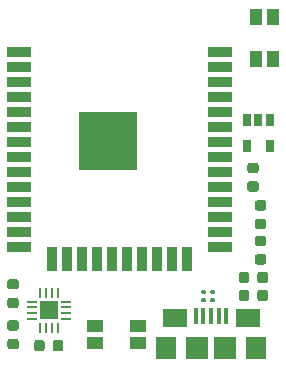
<source format=gbr>
G04 #@! TF.GenerationSoftware,KiCad,Pcbnew,(5.1.5)-3*
G04 #@! TF.CreationDate,2020-08-08T14:50:29-04:00*
G04 #@! TF.ProjectId,SmartWatch V5,536d6172-7457-4617-9463-682056352e6b,rev?*
G04 #@! TF.SameCoordinates,Original*
G04 #@! TF.FileFunction,Paste,Top*
G04 #@! TF.FilePolarity,Positive*
%FSLAX46Y46*%
G04 Gerber Fmt 4.6, Leading zero omitted, Abs format (unit mm)*
G04 Created by KiCad (PCBNEW (5.1.5)-3) date 2020-08-08 14:50:29*
%MOMM*%
%LPD*%
G04 APERTURE LIST*
%ADD10C,0.100000*%
%ADD11R,2.000000X0.900000*%
%ADD12R,0.900000X2.000000*%
%ADD13R,5.000000X5.000000*%
%ADD14R,1.600200X1.600200*%
%ADD15R,0.812800X0.203200*%
%ADD16R,0.203200X0.812800*%
%ADD17R,0.650000X1.060000*%
%ADD18R,1.400000X1.050000*%
%ADD19R,1.050000X1.400000*%
%ADD20R,0.400000X1.350000*%
%ADD21R,2.100000X1.600000*%
%ADD22R,1.800000X1.900000*%
%ADD23R,1.900000X1.900000*%
G04 APERTURE END LIST*
D10*
G36*
X82192691Y-95956553D02*
G01*
X82213926Y-95959703D01*
X82234750Y-95964919D01*
X82254962Y-95972151D01*
X82274368Y-95981330D01*
X82292781Y-95992366D01*
X82310024Y-96005154D01*
X82325930Y-96019570D01*
X82340346Y-96035476D01*
X82353134Y-96052719D01*
X82364170Y-96071132D01*
X82373349Y-96090538D01*
X82380581Y-96110750D01*
X82385797Y-96131574D01*
X82388947Y-96152809D01*
X82390000Y-96174250D01*
X82390000Y-96611750D01*
X82388947Y-96633191D01*
X82385797Y-96654426D01*
X82380581Y-96675250D01*
X82373349Y-96695462D01*
X82364170Y-96714868D01*
X82353134Y-96733281D01*
X82340346Y-96750524D01*
X82325930Y-96766430D01*
X82310024Y-96780846D01*
X82292781Y-96793634D01*
X82274368Y-96804670D01*
X82254962Y-96813849D01*
X82234750Y-96821081D01*
X82213926Y-96826297D01*
X82192691Y-96829447D01*
X82171250Y-96830500D01*
X81658750Y-96830500D01*
X81637309Y-96829447D01*
X81616074Y-96826297D01*
X81595250Y-96821081D01*
X81575038Y-96813849D01*
X81555632Y-96804670D01*
X81537219Y-96793634D01*
X81519976Y-96780846D01*
X81504070Y-96766430D01*
X81489654Y-96750524D01*
X81476866Y-96733281D01*
X81465830Y-96714868D01*
X81456651Y-96695462D01*
X81449419Y-96675250D01*
X81444203Y-96654426D01*
X81441053Y-96633191D01*
X81440000Y-96611750D01*
X81440000Y-96174250D01*
X81441053Y-96152809D01*
X81444203Y-96131574D01*
X81449419Y-96110750D01*
X81456651Y-96090538D01*
X81465830Y-96071132D01*
X81476866Y-96052719D01*
X81489654Y-96035476D01*
X81504070Y-96019570D01*
X81519976Y-96005154D01*
X81537219Y-95992366D01*
X81555632Y-95981330D01*
X81575038Y-95972151D01*
X81595250Y-95964919D01*
X81616074Y-95959703D01*
X81637309Y-95956553D01*
X81658750Y-95955500D01*
X82171250Y-95955500D01*
X82192691Y-95956553D01*
G37*
G36*
X82192691Y-97531553D02*
G01*
X82213926Y-97534703D01*
X82234750Y-97539919D01*
X82254962Y-97547151D01*
X82274368Y-97556330D01*
X82292781Y-97567366D01*
X82310024Y-97580154D01*
X82325930Y-97594570D01*
X82340346Y-97610476D01*
X82353134Y-97627719D01*
X82364170Y-97646132D01*
X82373349Y-97665538D01*
X82380581Y-97685750D01*
X82385797Y-97706574D01*
X82388947Y-97727809D01*
X82390000Y-97749250D01*
X82390000Y-98186750D01*
X82388947Y-98208191D01*
X82385797Y-98229426D01*
X82380581Y-98250250D01*
X82373349Y-98270462D01*
X82364170Y-98289868D01*
X82353134Y-98308281D01*
X82340346Y-98325524D01*
X82325930Y-98341430D01*
X82310024Y-98355846D01*
X82292781Y-98368634D01*
X82274368Y-98379670D01*
X82254962Y-98388849D01*
X82234750Y-98396081D01*
X82213926Y-98401297D01*
X82192691Y-98404447D01*
X82171250Y-98405500D01*
X81658750Y-98405500D01*
X81637309Y-98404447D01*
X81616074Y-98401297D01*
X81595250Y-98396081D01*
X81575038Y-98388849D01*
X81555632Y-98379670D01*
X81537219Y-98368634D01*
X81519976Y-98355846D01*
X81504070Y-98341430D01*
X81489654Y-98325524D01*
X81476866Y-98308281D01*
X81465830Y-98289868D01*
X81456651Y-98270462D01*
X81449419Y-98250250D01*
X81444203Y-98229426D01*
X81441053Y-98208191D01*
X81440000Y-98186750D01*
X81440000Y-97749250D01*
X81441053Y-97727809D01*
X81444203Y-97706574D01*
X81449419Y-97685750D01*
X81456651Y-97665538D01*
X81465830Y-97646132D01*
X81476866Y-97627719D01*
X81489654Y-97610476D01*
X81504070Y-97594570D01*
X81519976Y-97580154D01*
X81537219Y-97567366D01*
X81555632Y-97556330D01*
X81575038Y-97547151D01*
X81595250Y-97539919D01*
X81616074Y-97534703D01*
X81637309Y-97531553D01*
X81658750Y-97530500D01*
X82171250Y-97530500D01*
X82192691Y-97531553D01*
G37*
D11*
X99441000Y-73279000D03*
X99441000Y-74549000D03*
X99441000Y-75819000D03*
X99441000Y-77089000D03*
X99441000Y-78359000D03*
X99441000Y-79629000D03*
X99441000Y-80899000D03*
X99441000Y-82169000D03*
X99441000Y-83439000D03*
X99441000Y-84709000D03*
X99441000Y-85979000D03*
X99441000Y-87249000D03*
X99441000Y-88519000D03*
X99441000Y-89789000D03*
D12*
X96656000Y-90789000D03*
X95386000Y-90789000D03*
X94116000Y-90789000D03*
X92846000Y-90789000D03*
X91576000Y-90789000D03*
X90306000Y-90789000D03*
X89036000Y-90789000D03*
X87766000Y-90789000D03*
X86496000Y-90789000D03*
X85226000Y-90789000D03*
D11*
X82441000Y-89789000D03*
X82441000Y-88519000D03*
X82441000Y-87249000D03*
X82441000Y-85979000D03*
X82441000Y-84709000D03*
X82441000Y-83439000D03*
X82441000Y-82169000D03*
X82441000Y-80899000D03*
X82441000Y-79629000D03*
X82441000Y-78359000D03*
X82441000Y-77089000D03*
X82441000Y-75819000D03*
X82441000Y-74549000D03*
X82441000Y-73279000D03*
D13*
X89941000Y-80779000D03*
D14*
X84963000Y-95123000D03*
D15*
X86410800Y-94372999D03*
X86410800Y-94873000D03*
X86410800Y-95373000D03*
X86410800Y-95873001D03*
D16*
X85713001Y-96570800D03*
X85213000Y-96570800D03*
X84713000Y-96570800D03*
X84212999Y-96570800D03*
D15*
X83515200Y-95873001D03*
X83515200Y-95373000D03*
X83515200Y-94873000D03*
X83515200Y-94372999D03*
D16*
X84212999Y-93675200D03*
X84713000Y-93675200D03*
X85213000Y-93675200D03*
X85713001Y-93675200D03*
D17*
X103632000Y-81194000D03*
X101732000Y-81194000D03*
X101732000Y-78994000D03*
X102682000Y-78994000D03*
X103632000Y-78994000D03*
D18*
X88856000Y-96467000D03*
X92456000Y-96467000D03*
X88856000Y-97917000D03*
X92456000Y-97917000D03*
D19*
X103949500Y-70250500D03*
X103949500Y-73850500D03*
X102499500Y-70250500D03*
X102499500Y-73850500D03*
D10*
G36*
X85965191Y-97633553D02*
G01*
X85986426Y-97636703D01*
X86007250Y-97641919D01*
X86027462Y-97649151D01*
X86046868Y-97658330D01*
X86065281Y-97669366D01*
X86082524Y-97682154D01*
X86098430Y-97696570D01*
X86112846Y-97712476D01*
X86125634Y-97729719D01*
X86136670Y-97748132D01*
X86145849Y-97767538D01*
X86153081Y-97787750D01*
X86158297Y-97808574D01*
X86161447Y-97829809D01*
X86162500Y-97851250D01*
X86162500Y-98363750D01*
X86161447Y-98385191D01*
X86158297Y-98406426D01*
X86153081Y-98427250D01*
X86145849Y-98447462D01*
X86136670Y-98466868D01*
X86125634Y-98485281D01*
X86112846Y-98502524D01*
X86098430Y-98518430D01*
X86082524Y-98532846D01*
X86065281Y-98545634D01*
X86046868Y-98556670D01*
X86027462Y-98565849D01*
X86007250Y-98573081D01*
X85986426Y-98578297D01*
X85965191Y-98581447D01*
X85943750Y-98582500D01*
X85506250Y-98582500D01*
X85484809Y-98581447D01*
X85463574Y-98578297D01*
X85442750Y-98573081D01*
X85422538Y-98565849D01*
X85403132Y-98556670D01*
X85384719Y-98545634D01*
X85367476Y-98532846D01*
X85351570Y-98518430D01*
X85337154Y-98502524D01*
X85324366Y-98485281D01*
X85313330Y-98466868D01*
X85304151Y-98447462D01*
X85296919Y-98427250D01*
X85291703Y-98406426D01*
X85288553Y-98385191D01*
X85287500Y-98363750D01*
X85287500Y-97851250D01*
X85288553Y-97829809D01*
X85291703Y-97808574D01*
X85296919Y-97787750D01*
X85304151Y-97767538D01*
X85313330Y-97748132D01*
X85324366Y-97729719D01*
X85337154Y-97712476D01*
X85351570Y-97696570D01*
X85367476Y-97682154D01*
X85384719Y-97669366D01*
X85403132Y-97658330D01*
X85422538Y-97649151D01*
X85442750Y-97641919D01*
X85463574Y-97636703D01*
X85484809Y-97633553D01*
X85506250Y-97632500D01*
X85943750Y-97632500D01*
X85965191Y-97633553D01*
G37*
G36*
X84390191Y-97633553D02*
G01*
X84411426Y-97636703D01*
X84432250Y-97641919D01*
X84452462Y-97649151D01*
X84471868Y-97658330D01*
X84490281Y-97669366D01*
X84507524Y-97682154D01*
X84523430Y-97696570D01*
X84537846Y-97712476D01*
X84550634Y-97729719D01*
X84561670Y-97748132D01*
X84570849Y-97767538D01*
X84578081Y-97787750D01*
X84583297Y-97808574D01*
X84586447Y-97829809D01*
X84587500Y-97851250D01*
X84587500Y-98363750D01*
X84586447Y-98385191D01*
X84583297Y-98406426D01*
X84578081Y-98427250D01*
X84570849Y-98447462D01*
X84561670Y-98466868D01*
X84550634Y-98485281D01*
X84537846Y-98502524D01*
X84523430Y-98518430D01*
X84507524Y-98532846D01*
X84490281Y-98545634D01*
X84471868Y-98556670D01*
X84452462Y-98565849D01*
X84432250Y-98573081D01*
X84411426Y-98578297D01*
X84390191Y-98581447D01*
X84368750Y-98582500D01*
X83931250Y-98582500D01*
X83909809Y-98581447D01*
X83888574Y-98578297D01*
X83867750Y-98573081D01*
X83847538Y-98565849D01*
X83828132Y-98556670D01*
X83809719Y-98545634D01*
X83792476Y-98532846D01*
X83776570Y-98518430D01*
X83762154Y-98502524D01*
X83749366Y-98485281D01*
X83738330Y-98466868D01*
X83729151Y-98447462D01*
X83721919Y-98427250D01*
X83716703Y-98406426D01*
X83713553Y-98385191D01*
X83712500Y-98363750D01*
X83712500Y-97851250D01*
X83713553Y-97829809D01*
X83716703Y-97808574D01*
X83721919Y-97787750D01*
X83729151Y-97767538D01*
X83738330Y-97748132D01*
X83749366Y-97729719D01*
X83762154Y-97712476D01*
X83776570Y-97696570D01*
X83792476Y-97682154D01*
X83809719Y-97669366D01*
X83828132Y-97658330D01*
X83847538Y-97649151D01*
X83867750Y-97641919D01*
X83888574Y-97636703D01*
X83909809Y-97633553D01*
X83931250Y-97632500D01*
X84368750Y-97632500D01*
X84390191Y-97633553D01*
G37*
G36*
X82192691Y-94051553D02*
G01*
X82213926Y-94054703D01*
X82234750Y-94059919D01*
X82254962Y-94067151D01*
X82274368Y-94076330D01*
X82292781Y-94087366D01*
X82310024Y-94100154D01*
X82325930Y-94114570D01*
X82340346Y-94130476D01*
X82353134Y-94147719D01*
X82364170Y-94166132D01*
X82373349Y-94185538D01*
X82380581Y-94205750D01*
X82385797Y-94226574D01*
X82388947Y-94247809D01*
X82390000Y-94269250D01*
X82390000Y-94706750D01*
X82388947Y-94728191D01*
X82385797Y-94749426D01*
X82380581Y-94770250D01*
X82373349Y-94790462D01*
X82364170Y-94809868D01*
X82353134Y-94828281D01*
X82340346Y-94845524D01*
X82325930Y-94861430D01*
X82310024Y-94875846D01*
X82292781Y-94888634D01*
X82274368Y-94899670D01*
X82254962Y-94908849D01*
X82234750Y-94916081D01*
X82213926Y-94921297D01*
X82192691Y-94924447D01*
X82171250Y-94925500D01*
X81658750Y-94925500D01*
X81637309Y-94924447D01*
X81616074Y-94921297D01*
X81595250Y-94916081D01*
X81575038Y-94908849D01*
X81555632Y-94899670D01*
X81537219Y-94888634D01*
X81519976Y-94875846D01*
X81504070Y-94861430D01*
X81489654Y-94845524D01*
X81476866Y-94828281D01*
X81465830Y-94809868D01*
X81456651Y-94790462D01*
X81449419Y-94770250D01*
X81444203Y-94749426D01*
X81441053Y-94728191D01*
X81440000Y-94706750D01*
X81440000Y-94269250D01*
X81441053Y-94247809D01*
X81444203Y-94226574D01*
X81449419Y-94205750D01*
X81456651Y-94185538D01*
X81465830Y-94166132D01*
X81476866Y-94147719D01*
X81489654Y-94130476D01*
X81504070Y-94114570D01*
X81519976Y-94100154D01*
X81537219Y-94087366D01*
X81555632Y-94076330D01*
X81575038Y-94067151D01*
X81595250Y-94059919D01*
X81616074Y-94054703D01*
X81637309Y-94051553D01*
X81658750Y-94050500D01*
X82171250Y-94050500D01*
X82192691Y-94051553D01*
G37*
G36*
X82192691Y-92476553D02*
G01*
X82213926Y-92479703D01*
X82234750Y-92484919D01*
X82254962Y-92492151D01*
X82274368Y-92501330D01*
X82292781Y-92512366D01*
X82310024Y-92525154D01*
X82325930Y-92539570D01*
X82340346Y-92555476D01*
X82353134Y-92572719D01*
X82364170Y-92591132D01*
X82373349Y-92610538D01*
X82380581Y-92630750D01*
X82385797Y-92651574D01*
X82388947Y-92672809D01*
X82390000Y-92694250D01*
X82390000Y-93131750D01*
X82388947Y-93153191D01*
X82385797Y-93174426D01*
X82380581Y-93195250D01*
X82373349Y-93215462D01*
X82364170Y-93234868D01*
X82353134Y-93253281D01*
X82340346Y-93270524D01*
X82325930Y-93286430D01*
X82310024Y-93300846D01*
X82292781Y-93313634D01*
X82274368Y-93324670D01*
X82254962Y-93333849D01*
X82234750Y-93341081D01*
X82213926Y-93346297D01*
X82192691Y-93349447D01*
X82171250Y-93350500D01*
X81658750Y-93350500D01*
X81637309Y-93349447D01*
X81616074Y-93346297D01*
X81595250Y-93341081D01*
X81575038Y-93333849D01*
X81555632Y-93324670D01*
X81537219Y-93313634D01*
X81519976Y-93300846D01*
X81504070Y-93286430D01*
X81489654Y-93270524D01*
X81476866Y-93253281D01*
X81465830Y-93234868D01*
X81456651Y-93215462D01*
X81449419Y-93195250D01*
X81444203Y-93174426D01*
X81441053Y-93153191D01*
X81440000Y-93131750D01*
X81440000Y-92694250D01*
X81441053Y-92672809D01*
X81444203Y-92651574D01*
X81449419Y-92630750D01*
X81456651Y-92610538D01*
X81465830Y-92591132D01*
X81476866Y-92572719D01*
X81489654Y-92555476D01*
X81504070Y-92539570D01*
X81519976Y-92525154D01*
X81537219Y-92512366D01*
X81555632Y-92501330D01*
X81575038Y-92492151D01*
X81595250Y-92484919D01*
X81616074Y-92479703D01*
X81637309Y-92476553D01*
X81658750Y-92475500D01*
X82171250Y-92475500D01*
X82192691Y-92476553D01*
G37*
G36*
X103147691Y-90368553D02*
G01*
X103168926Y-90371703D01*
X103189750Y-90376919D01*
X103209962Y-90384151D01*
X103229368Y-90393330D01*
X103247781Y-90404366D01*
X103265024Y-90417154D01*
X103280930Y-90431570D01*
X103295346Y-90447476D01*
X103308134Y-90464719D01*
X103319170Y-90483132D01*
X103328349Y-90502538D01*
X103335581Y-90522750D01*
X103340797Y-90543574D01*
X103343947Y-90564809D01*
X103345000Y-90586250D01*
X103345000Y-91023750D01*
X103343947Y-91045191D01*
X103340797Y-91066426D01*
X103335581Y-91087250D01*
X103328349Y-91107462D01*
X103319170Y-91126868D01*
X103308134Y-91145281D01*
X103295346Y-91162524D01*
X103280930Y-91178430D01*
X103265024Y-91192846D01*
X103247781Y-91205634D01*
X103229368Y-91216670D01*
X103209962Y-91225849D01*
X103189750Y-91233081D01*
X103168926Y-91238297D01*
X103147691Y-91241447D01*
X103126250Y-91242500D01*
X102613750Y-91242500D01*
X102592309Y-91241447D01*
X102571074Y-91238297D01*
X102550250Y-91233081D01*
X102530038Y-91225849D01*
X102510632Y-91216670D01*
X102492219Y-91205634D01*
X102474976Y-91192846D01*
X102459070Y-91178430D01*
X102444654Y-91162524D01*
X102431866Y-91145281D01*
X102420830Y-91126868D01*
X102411651Y-91107462D01*
X102404419Y-91087250D01*
X102399203Y-91066426D01*
X102396053Y-91045191D01*
X102395000Y-91023750D01*
X102395000Y-90586250D01*
X102396053Y-90564809D01*
X102399203Y-90543574D01*
X102404419Y-90522750D01*
X102411651Y-90502538D01*
X102420830Y-90483132D01*
X102431866Y-90464719D01*
X102444654Y-90447476D01*
X102459070Y-90431570D01*
X102474976Y-90417154D01*
X102492219Y-90404366D01*
X102510632Y-90393330D01*
X102530038Y-90384151D01*
X102550250Y-90376919D01*
X102571074Y-90371703D01*
X102592309Y-90368553D01*
X102613750Y-90367500D01*
X103126250Y-90367500D01*
X103147691Y-90368553D01*
G37*
G36*
X103147691Y-88793553D02*
G01*
X103168926Y-88796703D01*
X103189750Y-88801919D01*
X103209962Y-88809151D01*
X103229368Y-88818330D01*
X103247781Y-88829366D01*
X103265024Y-88842154D01*
X103280930Y-88856570D01*
X103295346Y-88872476D01*
X103308134Y-88889719D01*
X103319170Y-88908132D01*
X103328349Y-88927538D01*
X103335581Y-88947750D01*
X103340797Y-88968574D01*
X103343947Y-88989809D01*
X103345000Y-89011250D01*
X103345000Y-89448750D01*
X103343947Y-89470191D01*
X103340797Y-89491426D01*
X103335581Y-89512250D01*
X103328349Y-89532462D01*
X103319170Y-89551868D01*
X103308134Y-89570281D01*
X103295346Y-89587524D01*
X103280930Y-89603430D01*
X103265024Y-89617846D01*
X103247781Y-89630634D01*
X103229368Y-89641670D01*
X103209962Y-89650849D01*
X103189750Y-89658081D01*
X103168926Y-89663297D01*
X103147691Y-89666447D01*
X103126250Y-89667500D01*
X102613750Y-89667500D01*
X102592309Y-89666447D01*
X102571074Y-89663297D01*
X102550250Y-89658081D01*
X102530038Y-89650849D01*
X102510632Y-89641670D01*
X102492219Y-89630634D01*
X102474976Y-89617846D01*
X102459070Y-89603430D01*
X102444654Y-89587524D01*
X102431866Y-89570281D01*
X102420830Y-89551868D01*
X102411651Y-89532462D01*
X102404419Y-89512250D01*
X102399203Y-89491426D01*
X102396053Y-89470191D01*
X102395000Y-89448750D01*
X102395000Y-89011250D01*
X102396053Y-88989809D01*
X102399203Y-88968574D01*
X102404419Y-88947750D01*
X102411651Y-88927538D01*
X102420830Y-88908132D01*
X102431866Y-88889719D01*
X102444654Y-88872476D01*
X102459070Y-88856570D01*
X102474976Y-88842154D01*
X102492219Y-88829366D01*
X102510632Y-88818330D01*
X102530038Y-88809151D01*
X102550250Y-88801919D01*
X102571074Y-88796703D01*
X102592309Y-88793553D01*
X102613750Y-88792500D01*
X103126250Y-88792500D01*
X103147691Y-88793553D01*
G37*
G36*
X103288191Y-91855053D02*
G01*
X103309426Y-91858203D01*
X103330250Y-91863419D01*
X103350462Y-91870651D01*
X103369868Y-91879830D01*
X103388281Y-91890866D01*
X103405524Y-91903654D01*
X103421430Y-91918070D01*
X103435846Y-91933976D01*
X103448634Y-91951219D01*
X103459670Y-91969632D01*
X103468849Y-91989038D01*
X103476081Y-92009250D01*
X103481297Y-92030074D01*
X103484447Y-92051309D01*
X103485500Y-92072750D01*
X103485500Y-92585250D01*
X103484447Y-92606691D01*
X103481297Y-92627926D01*
X103476081Y-92648750D01*
X103468849Y-92668962D01*
X103459670Y-92688368D01*
X103448634Y-92706781D01*
X103435846Y-92724024D01*
X103421430Y-92739930D01*
X103405524Y-92754346D01*
X103388281Y-92767134D01*
X103369868Y-92778170D01*
X103350462Y-92787349D01*
X103330250Y-92794581D01*
X103309426Y-92799797D01*
X103288191Y-92802947D01*
X103266750Y-92804000D01*
X102829250Y-92804000D01*
X102807809Y-92802947D01*
X102786574Y-92799797D01*
X102765750Y-92794581D01*
X102745538Y-92787349D01*
X102726132Y-92778170D01*
X102707719Y-92767134D01*
X102690476Y-92754346D01*
X102674570Y-92739930D01*
X102660154Y-92724024D01*
X102647366Y-92706781D01*
X102636330Y-92688368D01*
X102627151Y-92668962D01*
X102619919Y-92648750D01*
X102614703Y-92627926D01*
X102611553Y-92606691D01*
X102610500Y-92585250D01*
X102610500Y-92072750D01*
X102611553Y-92051309D01*
X102614703Y-92030074D01*
X102619919Y-92009250D01*
X102627151Y-91989038D01*
X102636330Y-91969632D01*
X102647366Y-91951219D01*
X102660154Y-91933976D01*
X102674570Y-91918070D01*
X102690476Y-91903654D01*
X102707719Y-91890866D01*
X102726132Y-91879830D01*
X102745538Y-91870651D01*
X102765750Y-91863419D01*
X102786574Y-91858203D01*
X102807809Y-91855053D01*
X102829250Y-91854000D01*
X103266750Y-91854000D01*
X103288191Y-91855053D01*
G37*
G36*
X101713191Y-91855053D02*
G01*
X101734426Y-91858203D01*
X101755250Y-91863419D01*
X101775462Y-91870651D01*
X101794868Y-91879830D01*
X101813281Y-91890866D01*
X101830524Y-91903654D01*
X101846430Y-91918070D01*
X101860846Y-91933976D01*
X101873634Y-91951219D01*
X101884670Y-91969632D01*
X101893849Y-91989038D01*
X101901081Y-92009250D01*
X101906297Y-92030074D01*
X101909447Y-92051309D01*
X101910500Y-92072750D01*
X101910500Y-92585250D01*
X101909447Y-92606691D01*
X101906297Y-92627926D01*
X101901081Y-92648750D01*
X101893849Y-92668962D01*
X101884670Y-92688368D01*
X101873634Y-92706781D01*
X101860846Y-92724024D01*
X101846430Y-92739930D01*
X101830524Y-92754346D01*
X101813281Y-92767134D01*
X101794868Y-92778170D01*
X101775462Y-92787349D01*
X101755250Y-92794581D01*
X101734426Y-92799797D01*
X101713191Y-92802947D01*
X101691750Y-92804000D01*
X101254250Y-92804000D01*
X101232809Y-92802947D01*
X101211574Y-92799797D01*
X101190750Y-92794581D01*
X101170538Y-92787349D01*
X101151132Y-92778170D01*
X101132719Y-92767134D01*
X101115476Y-92754346D01*
X101099570Y-92739930D01*
X101085154Y-92724024D01*
X101072366Y-92706781D01*
X101061330Y-92688368D01*
X101052151Y-92668962D01*
X101044919Y-92648750D01*
X101039703Y-92627926D01*
X101036553Y-92606691D01*
X101035500Y-92585250D01*
X101035500Y-92072750D01*
X101036553Y-92051309D01*
X101039703Y-92030074D01*
X101044919Y-92009250D01*
X101052151Y-91989038D01*
X101061330Y-91969632D01*
X101072366Y-91951219D01*
X101085154Y-91933976D01*
X101099570Y-91918070D01*
X101115476Y-91903654D01*
X101132719Y-91890866D01*
X101151132Y-91879830D01*
X101170538Y-91870651D01*
X101190750Y-91863419D01*
X101211574Y-91858203D01*
X101232809Y-91855053D01*
X101254250Y-91854000D01*
X101691750Y-91854000D01*
X101713191Y-91855053D01*
G37*
G36*
X103288191Y-93379053D02*
G01*
X103309426Y-93382203D01*
X103330250Y-93387419D01*
X103350462Y-93394651D01*
X103369868Y-93403830D01*
X103388281Y-93414866D01*
X103405524Y-93427654D01*
X103421430Y-93442070D01*
X103435846Y-93457976D01*
X103448634Y-93475219D01*
X103459670Y-93493632D01*
X103468849Y-93513038D01*
X103476081Y-93533250D01*
X103481297Y-93554074D01*
X103484447Y-93575309D01*
X103485500Y-93596750D01*
X103485500Y-94109250D01*
X103484447Y-94130691D01*
X103481297Y-94151926D01*
X103476081Y-94172750D01*
X103468849Y-94192962D01*
X103459670Y-94212368D01*
X103448634Y-94230781D01*
X103435846Y-94248024D01*
X103421430Y-94263930D01*
X103405524Y-94278346D01*
X103388281Y-94291134D01*
X103369868Y-94302170D01*
X103350462Y-94311349D01*
X103330250Y-94318581D01*
X103309426Y-94323797D01*
X103288191Y-94326947D01*
X103266750Y-94328000D01*
X102829250Y-94328000D01*
X102807809Y-94326947D01*
X102786574Y-94323797D01*
X102765750Y-94318581D01*
X102745538Y-94311349D01*
X102726132Y-94302170D01*
X102707719Y-94291134D01*
X102690476Y-94278346D01*
X102674570Y-94263930D01*
X102660154Y-94248024D01*
X102647366Y-94230781D01*
X102636330Y-94212368D01*
X102627151Y-94192962D01*
X102619919Y-94172750D01*
X102614703Y-94151926D01*
X102611553Y-94130691D01*
X102610500Y-94109250D01*
X102610500Y-93596750D01*
X102611553Y-93575309D01*
X102614703Y-93554074D01*
X102619919Y-93533250D01*
X102627151Y-93513038D01*
X102636330Y-93493632D01*
X102647366Y-93475219D01*
X102660154Y-93457976D01*
X102674570Y-93442070D01*
X102690476Y-93427654D01*
X102707719Y-93414866D01*
X102726132Y-93403830D01*
X102745538Y-93394651D01*
X102765750Y-93387419D01*
X102786574Y-93382203D01*
X102807809Y-93379053D01*
X102829250Y-93378000D01*
X103266750Y-93378000D01*
X103288191Y-93379053D01*
G37*
G36*
X101713191Y-93379053D02*
G01*
X101734426Y-93382203D01*
X101755250Y-93387419D01*
X101775462Y-93394651D01*
X101794868Y-93403830D01*
X101813281Y-93414866D01*
X101830524Y-93427654D01*
X101846430Y-93442070D01*
X101860846Y-93457976D01*
X101873634Y-93475219D01*
X101884670Y-93493632D01*
X101893849Y-93513038D01*
X101901081Y-93533250D01*
X101906297Y-93554074D01*
X101909447Y-93575309D01*
X101910500Y-93596750D01*
X101910500Y-94109250D01*
X101909447Y-94130691D01*
X101906297Y-94151926D01*
X101901081Y-94172750D01*
X101893849Y-94192962D01*
X101884670Y-94212368D01*
X101873634Y-94230781D01*
X101860846Y-94248024D01*
X101846430Y-94263930D01*
X101830524Y-94278346D01*
X101813281Y-94291134D01*
X101794868Y-94302170D01*
X101775462Y-94311349D01*
X101755250Y-94318581D01*
X101734426Y-94323797D01*
X101713191Y-94326947D01*
X101691750Y-94328000D01*
X101254250Y-94328000D01*
X101232809Y-94326947D01*
X101211574Y-94323797D01*
X101190750Y-94318581D01*
X101170538Y-94311349D01*
X101151132Y-94302170D01*
X101132719Y-94291134D01*
X101115476Y-94278346D01*
X101099570Y-94263930D01*
X101085154Y-94248024D01*
X101072366Y-94230781D01*
X101061330Y-94212368D01*
X101052151Y-94192962D01*
X101044919Y-94172750D01*
X101039703Y-94151926D01*
X101036553Y-94130691D01*
X101035500Y-94109250D01*
X101035500Y-93596750D01*
X101036553Y-93575309D01*
X101039703Y-93554074D01*
X101044919Y-93533250D01*
X101052151Y-93513038D01*
X101061330Y-93493632D01*
X101072366Y-93475219D01*
X101085154Y-93457976D01*
X101099570Y-93442070D01*
X101115476Y-93427654D01*
X101132719Y-93414866D01*
X101151132Y-93403830D01*
X101170538Y-93394651D01*
X101190750Y-93387419D01*
X101211574Y-93382203D01*
X101232809Y-93379053D01*
X101254250Y-93378000D01*
X101691750Y-93378000D01*
X101713191Y-93379053D01*
G37*
G36*
X103147691Y-85796553D02*
G01*
X103168926Y-85799703D01*
X103189750Y-85804919D01*
X103209962Y-85812151D01*
X103229368Y-85821330D01*
X103247781Y-85832366D01*
X103265024Y-85845154D01*
X103280930Y-85859570D01*
X103295346Y-85875476D01*
X103308134Y-85892719D01*
X103319170Y-85911132D01*
X103328349Y-85930538D01*
X103335581Y-85950750D01*
X103340797Y-85971574D01*
X103343947Y-85992809D01*
X103345000Y-86014250D01*
X103345000Y-86451750D01*
X103343947Y-86473191D01*
X103340797Y-86494426D01*
X103335581Y-86515250D01*
X103328349Y-86535462D01*
X103319170Y-86554868D01*
X103308134Y-86573281D01*
X103295346Y-86590524D01*
X103280930Y-86606430D01*
X103265024Y-86620846D01*
X103247781Y-86633634D01*
X103229368Y-86644670D01*
X103209962Y-86653849D01*
X103189750Y-86661081D01*
X103168926Y-86666297D01*
X103147691Y-86669447D01*
X103126250Y-86670500D01*
X102613750Y-86670500D01*
X102592309Y-86669447D01*
X102571074Y-86666297D01*
X102550250Y-86661081D01*
X102530038Y-86653849D01*
X102510632Y-86644670D01*
X102492219Y-86633634D01*
X102474976Y-86620846D01*
X102459070Y-86606430D01*
X102444654Y-86590524D01*
X102431866Y-86573281D01*
X102420830Y-86554868D01*
X102411651Y-86535462D01*
X102404419Y-86515250D01*
X102399203Y-86494426D01*
X102396053Y-86473191D01*
X102395000Y-86451750D01*
X102395000Y-86014250D01*
X102396053Y-85992809D01*
X102399203Y-85971574D01*
X102404419Y-85950750D01*
X102411651Y-85930538D01*
X102420830Y-85911132D01*
X102431866Y-85892719D01*
X102444654Y-85875476D01*
X102459070Y-85859570D01*
X102474976Y-85845154D01*
X102492219Y-85832366D01*
X102510632Y-85821330D01*
X102530038Y-85812151D01*
X102550250Y-85804919D01*
X102571074Y-85799703D01*
X102592309Y-85796553D01*
X102613750Y-85795500D01*
X103126250Y-85795500D01*
X103147691Y-85796553D01*
G37*
G36*
X103147691Y-87371553D02*
G01*
X103168926Y-87374703D01*
X103189750Y-87379919D01*
X103209962Y-87387151D01*
X103229368Y-87396330D01*
X103247781Y-87407366D01*
X103265024Y-87420154D01*
X103280930Y-87434570D01*
X103295346Y-87450476D01*
X103308134Y-87467719D01*
X103319170Y-87486132D01*
X103328349Y-87505538D01*
X103335581Y-87525750D01*
X103340797Y-87546574D01*
X103343947Y-87567809D01*
X103345000Y-87589250D01*
X103345000Y-88026750D01*
X103343947Y-88048191D01*
X103340797Y-88069426D01*
X103335581Y-88090250D01*
X103328349Y-88110462D01*
X103319170Y-88129868D01*
X103308134Y-88148281D01*
X103295346Y-88165524D01*
X103280930Y-88181430D01*
X103265024Y-88195846D01*
X103247781Y-88208634D01*
X103229368Y-88219670D01*
X103209962Y-88228849D01*
X103189750Y-88236081D01*
X103168926Y-88241297D01*
X103147691Y-88244447D01*
X103126250Y-88245500D01*
X102613750Y-88245500D01*
X102592309Y-88244447D01*
X102571074Y-88241297D01*
X102550250Y-88236081D01*
X102530038Y-88228849D01*
X102510632Y-88219670D01*
X102492219Y-88208634D01*
X102474976Y-88195846D01*
X102459070Y-88181430D01*
X102444654Y-88165524D01*
X102431866Y-88148281D01*
X102420830Y-88129868D01*
X102411651Y-88110462D01*
X102404419Y-88090250D01*
X102399203Y-88069426D01*
X102396053Y-88048191D01*
X102395000Y-88026750D01*
X102395000Y-87589250D01*
X102396053Y-87567809D01*
X102399203Y-87546574D01*
X102404419Y-87525750D01*
X102411651Y-87505538D01*
X102420830Y-87486132D01*
X102431866Y-87467719D01*
X102444654Y-87450476D01*
X102459070Y-87434570D01*
X102474976Y-87420154D01*
X102492219Y-87407366D01*
X102510632Y-87396330D01*
X102530038Y-87387151D01*
X102550250Y-87379919D01*
X102571074Y-87374703D01*
X102592309Y-87371553D01*
X102613750Y-87370500D01*
X103126250Y-87370500D01*
X103147691Y-87371553D01*
G37*
D20*
X98689000Y-95631000D03*
X98039000Y-95631000D03*
X99339000Y-95631000D03*
X97389000Y-95631000D03*
X99989000Y-95631000D03*
D21*
X95589000Y-95756000D03*
X101789000Y-95756000D03*
D22*
X94889000Y-98306000D03*
X102489000Y-98306000D03*
D23*
X97489000Y-98306000D03*
X99889000Y-98306000D03*
D10*
G36*
X98152292Y-93410383D02*
G01*
X98160010Y-93411528D01*
X98167578Y-93413423D01*
X98174923Y-93416052D01*
X98181976Y-93419387D01*
X98188668Y-93423398D01*
X98194934Y-93428046D01*
X98200715Y-93433285D01*
X98205954Y-93439066D01*
X98210602Y-93445332D01*
X98214613Y-93452024D01*
X98217948Y-93459077D01*
X98220577Y-93466422D01*
X98222472Y-93473990D01*
X98223617Y-93481708D01*
X98224000Y-93489500D01*
X98224000Y-93648500D01*
X98223617Y-93656292D01*
X98222472Y-93664010D01*
X98220577Y-93671578D01*
X98217948Y-93678923D01*
X98214613Y-93685976D01*
X98210602Y-93692668D01*
X98205954Y-93698934D01*
X98200715Y-93704715D01*
X98194934Y-93709954D01*
X98188668Y-93714602D01*
X98181976Y-93718613D01*
X98174923Y-93721948D01*
X98167578Y-93724577D01*
X98160010Y-93726472D01*
X98152292Y-93727617D01*
X98144500Y-93728000D01*
X97943500Y-93728000D01*
X97935708Y-93727617D01*
X97927990Y-93726472D01*
X97920422Y-93724577D01*
X97913077Y-93721948D01*
X97906024Y-93718613D01*
X97899332Y-93714602D01*
X97893066Y-93709954D01*
X97887285Y-93704715D01*
X97882046Y-93698934D01*
X97877398Y-93692668D01*
X97873387Y-93685976D01*
X97870052Y-93678923D01*
X97867423Y-93671578D01*
X97865528Y-93664010D01*
X97864383Y-93656292D01*
X97864000Y-93648500D01*
X97864000Y-93489500D01*
X97864383Y-93481708D01*
X97865528Y-93473990D01*
X97867423Y-93466422D01*
X97870052Y-93459077D01*
X97873387Y-93452024D01*
X97877398Y-93445332D01*
X97882046Y-93439066D01*
X97887285Y-93433285D01*
X97893066Y-93428046D01*
X97899332Y-93423398D01*
X97906024Y-93419387D01*
X97913077Y-93416052D01*
X97920422Y-93413423D01*
X97927990Y-93411528D01*
X97935708Y-93410383D01*
X97943500Y-93410000D01*
X98144500Y-93410000D01*
X98152292Y-93410383D01*
G37*
G36*
X98152292Y-94100383D02*
G01*
X98160010Y-94101528D01*
X98167578Y-94103423D01*
X98174923Y-94106052D01*
X98181976Y-94109387D01*
X98188668Y-94113398D01*
X98194934Y-94118046D01*
X98200715Y-94123285D01*
X98205954Y-94129066D01*
X98210602Y-94135332D01*
X98214613Y-94142024D01*
X98217948Y-94149077D01*
X98220577Y-94156422D01*
X98222472Y-94163990D01*
X98223617Y-94171708D01*
X98224000Y-94179500D01*
X98224000Y-94338500D01*
X98223617Y-94346292D01*
X98222472Y-94354010D01*
X98220577Y-94361578D01*
X98217948Y-94368923D01*
X98214613Y-94375976D01*
X98210602Y-94382668D01*
X98205954Y-94388934D01*
X98200715Y-94394715D01*
X98194934Y-94399954D01*
X98188668Y-94404602D01*
X98181976Y-94408613D01*
X98174923Y-94411948D01*
X98167578Y-94414577D01*
X98160010Y-94416472D01*
X98152292Y-94417617D01*
X98144500Y-94418000D01*
X97943500Y-94418000D01*
X97935708Y-94417617D01*
X97927990Y-94416472D01*
X97920422Y-94414577D01*
X97913077Y-94411948D01*
X97906024Y-94408613D01*
X97899332Y-94404602D01*
X97893066Y-94399954D01*
X97887285Y-94394715D01*
X97882046Y-94388934D01*
X97877398Y-94382668D01*
X97873387Y-94375976D01*
X97870052Y-94368923D01*
X97867423Y-94361578D01*
X97865528Y-94354010D01*
X97864383Y-94346292D01*
X97864000Y-94338500D01*
X97864000Y-94179500D01*
X97864383Y-94171708D01*
X97865528Y-94163990D01*
X97867423Y-94156422D01*
X97870052Y-94149077D01*
X97873387Y-94142024D01*
X97877398Y-94135332D01*
X97882046Y-94129066D01*
X97887285Y-94123285D01*
X97893066Y-94118046D01*
X97899332Y-94113398D01*
X97906024Y-94109387D01*
X97913077Y-94106052D01*
X97920422Y-94103423D01*
X97927990Y-94101528D01*
X97935708Y-94100383D01*
X97943500Y-94100000D01*
X98144500Y-94100000D01*
X98152292Y-94100383D01*
G37*
G36*
X98914292Y-93410383D02*
G01*
X98922010Y-93411528D01*
X98929578Y-93413423D01*
X98936923Y-93416052D01*
X98943976Y-93419387D01*
X98950668Y-93423398D01*
X98956934Y-93428046D01*
X98962715Y-93433285D01*
X98967954Y-93439066D01*
X98972602Y-93445332D01*
X98976613Y-93452024D01*
X98979948Y-93459077D01*
X98982577Y-93466422D01*
X98984472Y-93473990D01*
X98985617Y-93481708D01*
X98986000Y-93489500D01*
X98986000Y-93648500D01*
X98985617Y-93656292D01*
X98984472Y-93664010D01*
X98982577Y-93671578D01*
X98979948Y-93678923D01*
X98976613Y-93685976D01*
X98972602Y-93692668D01*
X98967954Y-93698934D01*
X98962715Y-93704715D01*
X98956934Y-93709954D01*
X98950668Y-93714602D01*
X98943976Y-93718613D01*
X98936923Y-93721948D01*
X98929578Y-93724577D01*
X98922010Y-93726472D01*
X98914292Y-93727617D01*
X98906500Y-93728000D01*
X98705500Y-93728000D01*
X98697708Y-93727617D01*
X98689990Y-93726472D01*
X98682422Y-93724577D01*
X98675077Y-93721948D01*
X98668024Y-93718613D01*
X98661332Y-93714602D01*
X98655066Y-93709954D01*
X98649285Y-93704715D01*
X98644046Y-93698934D01*
X98639398Y-93692668D01*
X98635387Y-93685976D01*
X98632052Y-93678923D01*
X98629423Y-93671578D01*
X98627528Y-93664010D01*
X98626383Y-93656292D01*
X98626000Y-93648500D01*
X98626000Y-93489500D01*
X98626383Y-93481708D01*
X98627528Y-93473990D01*
X98629423Y-93466422D01*
X98632052Y-93459077D01*
X98635387Y-93452024D01*
X98639398Y-93445332D01*
X98644046Y-93439066D01*
X98649285Y-93433285D01*
X98655066Y-93428046D01*
X98661332Y-93423398D01*
X98668024Y-93419387D01*
X98675077Y-93416052D01*
X98682422Y-93413423D01*
X98689990Y-93411528D01*
X98697708Y-93410383D01*
X98705500Y-93410000D01*
X98906500Y-93410000D01*
X98914292Y-93410383D01*
G37*
G36*
X98914292Y-94100383D02*
G01*
X98922010Y-94101528D01*
X98929578Y-94103423D01*
X98936923Y-94106052D01*
X98943976Y-94109387D01*
X98950668Y-94113398D01*
X98956934Y-94118046D01*
X98962715Y-94123285D01*
X98967954Y-94129066D01*
X98972602Y-94135332D01*
X98976613Y-94142024D01*
X98979948Y-94149077D01*
X98982577Y-94156422D01*
X98984472Y-94163990D01*
X98985617Y-94171708D01*
X98986000Y-94179500D01*
X98986000Y-94338500D01*
X98985617Y-94346292D01*
X98984472Y-94354010D01*
X98982577Y-94361578D01*
X98979948Y-94368923D01*
X98976613Y-94375976D01*
X98972602Y-94382668D01*
X98967954Y-94388934D01*
X98962715Y-94394715D01*
X98956934Y-94399954D01*
X98950668Y-94404602D01*
X98943976Y-94408613D01*
X98936923Y-94411948D01*
X98929578Y-94414577D01*
X98922010Y-94416472D01*
X98914292Y-94417617D01*
X98906500Y-94418000D01*
X98705500Y-94418000D01*
X98697708Y-94417617D01*
X98689990Y-94416472D01*
X98682422Y-94414577D01*
X98675077Y-94411948D01*
X98668024Y-94408613D01*
X98661332Y-94404602D01*
X98655066Y-94399954D01*
X98649285Y-94394715D01*
X98644046Y-94388934D01*
X98639398Y-94382668D01*
X98635387Y-94375976D01*
X98632052Y-94368923D01*
X98629423Y-94361578D01*
X98627528Y-94354010D01*
X98626383Y-94346292D01*
X98626000Y-94338500D01*
X98626000Y-94179500D01*
X98626383Y-94171708D01*
X98627528Y-94163990D01*
X98629423Y-94156422D01*
X98632052Y-94149077D01*
X98635387Y-94142024D01*
X98639398Y-94135332D01*
X98644046Y-94129066D01*
X98649285Y-94123285D01*
X98655066Y-94118046D01*
X98661332Y-94113398D01*
X98668024Y-94109387D01*
X98675077Y-94106052D01*
X98682422Y-94103423D01*
X98689990Y-94101528D01*
X98697708Y-94100383D01*
X98705500Y-94100000D01*
X98906500Y-94100000D01*
X98914292Y-94100383D01*
G37*
G36*
X102512691Y-84196553D02*
G01*
X102533926Y-84199703D01*
X102554750Y-84204919D01*
X102574962Y-84212151D01*
X102594368Y-84221330D01*
X102612781Y-84232366D01*
X102630024Y-84245154D01*
X102645930Y-84259570D01*
X102660346Y-84275476D01*
X102673134Y-84292719D01*
X102684170Y-84311132D01*
X102693349Y-84330538D01*
X102700581Y-84350750D01*
X102705797Y-84371574D01*
X102708947Y-84392809D01*
X102710000Y-84414250D01*
X102710000Y-84851750D01*
X102708947Y-84873191D01*
X102705797Y-84894426D01*
X102700581Y-84915250D01*
X102693349Y-84935462D01*
X102684170Y-84954868D01*
X102673134Y-84973281D01*
X102660346Y-84990524D01*
X102645930Y-85006430D01*
X102630024Y-85020846D01*
X102612781Y-85033634D01*
X102594368Y-85044670D01*
X102574962Y-85053849D01*
X102554750Y-85061081D01*
X102533926Y-85066297D01*
X102512691Y-85069447D01*
X102491250Y-85070500D01*
X101978750Y-85070500D01*
X101957309Y-85069447D01*
X101936074Y-85066297D01*
X101915250Y-85061081D01*
X101895038Y-85053849D01*
X101875632Y-85044670D01*
X101857219Y-85033634D01*
X101839976Y-85020846D01*
X101824070Y-85006430D01*
X101809654Y-84990524D01*
X101796866Y-84973281D01*
X101785830Y-84954868D01*
X101776651Y-84935462D01*
X101769419Y-84915250D01*
X101764203Y-84894426D01*
X101761053Y-84873191D01*
X101760000Y-84851750D01*
X101760000Y-84414250D01*
X101761053Y-84392809D01*
X101764203Y-84371574D01*
X101769419Y-84350750D01*
X101776651Y-84330538D01*
X101785830Y-84311132D01*
X101796866Y-84292719D01*
X101809654Y-84275476D01*
X101824070Y-84259570D01*
X101839976Y-84245154D01*
X101857219Y-84232366D01*
X101875632Y-84221330D01*
X101895038Y-84212151D01*
X101915250Y-84204919D01*
X101936074Y-84199703D01*
X101957309Y-84196553D01*
X101978750Y-84195500D01*
X102491250Y-84195500D01*
X102512691Y-84196553D01*
G37*
G36*
X102512691Y-82621553D02*
G01*
X102533926Y-82624703D01*
X102554750Y-82629919D01*
X102574962Y-82637151D01*
X102594368Y-82646330D01*
X102612781Y-82657366D01*
X102630024Y-82670154D01*
X102645930Y-82684570D01*
X102660346Y-82700476D01*
X102673134Y-82717719D01*
X102684170Y-82736132D01*
X102693349Y-82755538D01*
X102700581Y-82775750D01*
X102705797Y-82796574D01*
X102708947Y-82817809D01*
X102710000Y-82839250D01*
X102710000Y-83276750D01*
X102708947Y-83298191D01*
X102705797Y-83319426D01*
X102700581Y-83340250D01*
X102693349Y-83360462D01*
X102684170Y-83379868D01*
X102673134Y-83398281D01*
X102660346Y-83415524D01*
X102645930Y-83431430D01*
X102630024Y-83445846D01*
X102612781Y-83458634D01*
X102594368Y-83469670D01*
X102574962Y-83478849D01*
X102554750Y-83486081D01*
X102533926Y-83491297D01*
X102512691Y-83494447D01*
X102491250Y-83495500D01*
X101978750Y-83495500D01*
X101957309Y-83494447D01*
X101936074Y-83491297D01*
X101915250Y-83486081D01*
X101895038Y-83478849D01*
X101875632Y-83469670D01*
X101857219Y-83458634D01*
X101839976Y-83445846D01*
X101824070Y-83431430D01*
X101809654Y-83415524D01*
X101796866Y-83398281D01*
X101785830Y-83379868D01*
X101776651Y-83360462D01*
X101769419Y-83340250D01*
X101764203Y-83319426D01*
X101761053Y-83298191D01*
X101760000Y-83276750D01*
X101760000Y-82839250D01*
X101761053Y-82817809D01*
X101764203Y-82796574D01*
X101769419Y-82775750D01*
X101776651Y-82755538D01*
X101785830Y-82736132D01*
X101796866Y-82717719D01*
X101809654Y-82700476D01*
X101824070Y-82684570D01*
X101839976Y-82670154D01*
X101857219Y-82657366D01*
X101875632Y-82646330D01*
X101895038Y-82637151D01*
X101915250Y-82629919D01*
X101936074Y-82624703D01*
X101957309Y-82621553D01*
X101978750Y-82620500D01*
X102491250Y-82620500D01*
X102512691Y-82621553D01*
G37*
M02*

</source>
